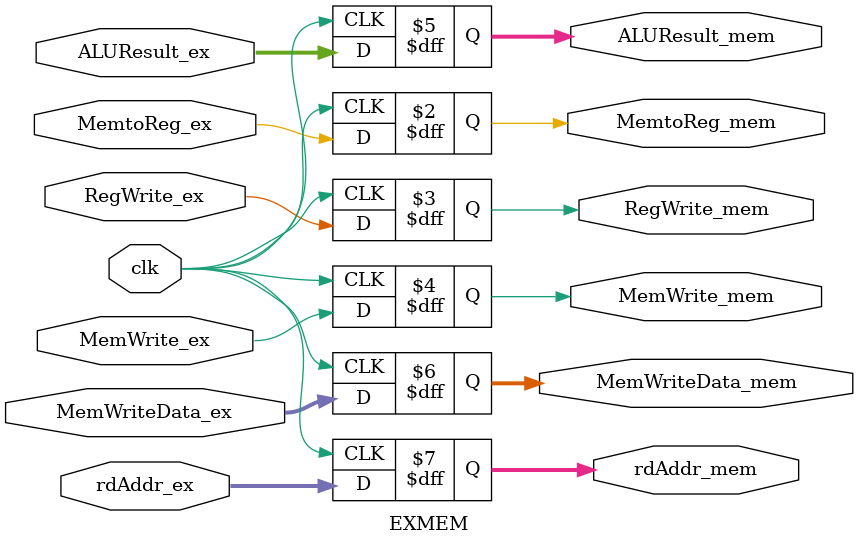
<source format=v>
`timescale 1ns / 1ps


module EXMEM(
    // Inputs
    clk, MemtoReg_ex, RegWrite_ex, MemWrite_ex, ALUResult_ex, MemWriteData_ex, rdAddr_ex,
    // Outputs
    MemtoReg_mem, RegWrite_mem, MemWrite_mem, ALUResult_mem, MemWriteData_mem, rdAddr_mem);
    
    input clk;
    input MemtoReg_ex, RegWrite_ex, MemWrite_ex;
    input[31:0] ALUResult_ex, MemWriteData_ex;
    input[4:0] rdAddr_ex;

    output reg MemtoReg_mem, RegWrite_mem, MemWrite_mem;
    output reg [31:0] ALUResult_mem, MemWriteData_mem;
    output reg [4:0] rdAddr_mem;

    always@(posedge clk)
    begin
        MemtoReg_mem        <=  MemtoReg_ex;
        RegWrite_mem        <=  RegWrite_ex;
        MemWrite_mem        <=  MemWrite_ex;
        ALUResult_mem       <=  ALUResult_ex;
        MemWriteData_mem    <=  MemWriteData_ex;
        rdAddr_mem          <=  rdAddr_ex;
    end

endmodule

</source>
